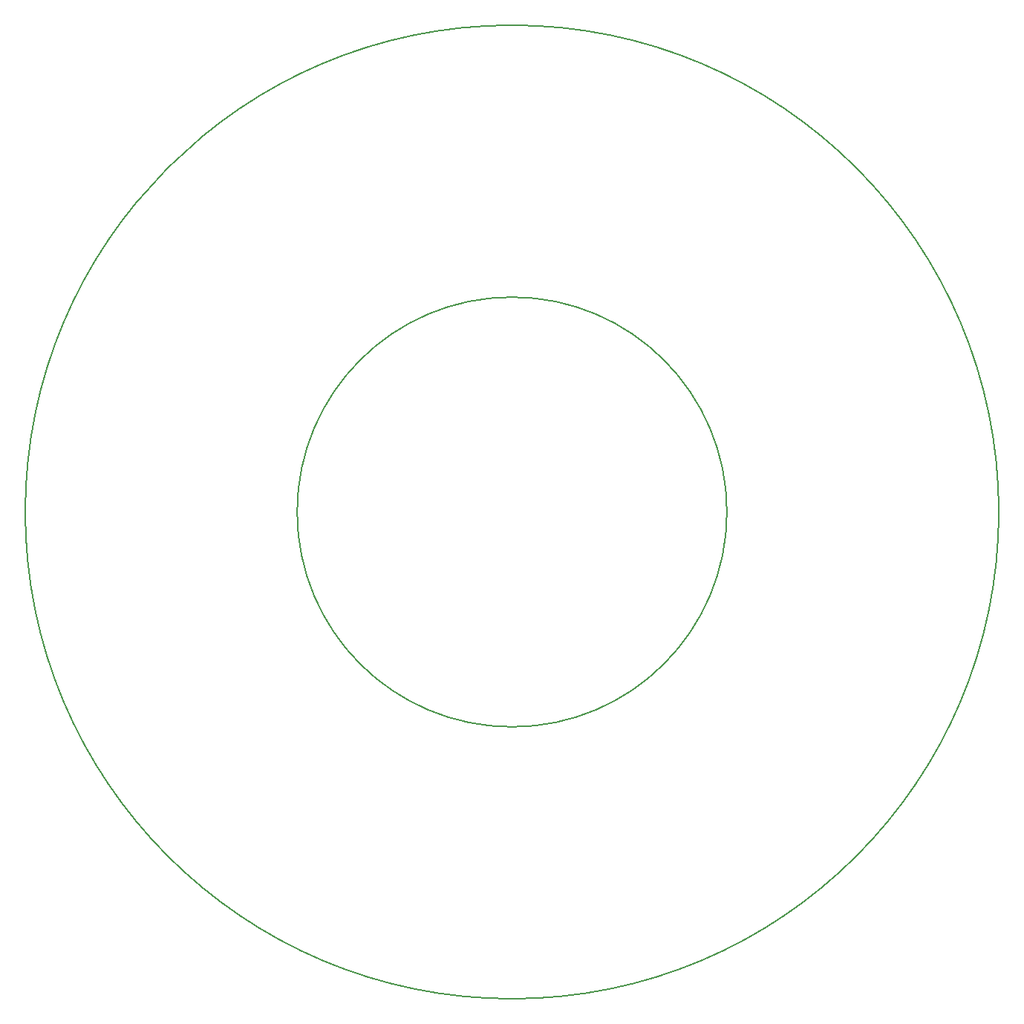
<source format=gbr>
%TF.GenerationSoftware,KiCad,Pcbnew,5.1.9+dfsg1-1*%
%TF.CreationDate,2021-07-20T12:06:00+02:00*%
%TF.ProjectId,gesc,67657363-2e6b-4696-9361-645f70636258,6*%
%TF.SameCoordinates,Original*%
%TF.FileFunction,Profile,NP*%
%FSLAX46Y46*%
G04 Gerber Fmt 4.6, Leading zero omitted, Abs format (unit mm)*
G04 Created by KiCad (PCBNEW 5.1.9+dfsg1-1) date 2021-07-20 12:06:00*
%MOMM*%
%LPD*%
G01*
G04 APERTURE LIST*
%TA.AperFunction,Profile*%
%ADD10C,0.200000*%
%TD*%
G04 APERTURE END LIST*
D10*
X155499800Y-99999800D02*
G75*
G03*
X155499800Y-99999800I-55500000J0D01*
G01*
X124500000Y-100000000D02*
G75*
G03*
X124500000Y-100000000I-24500000J0D01*
G01*
M02*

</source>
